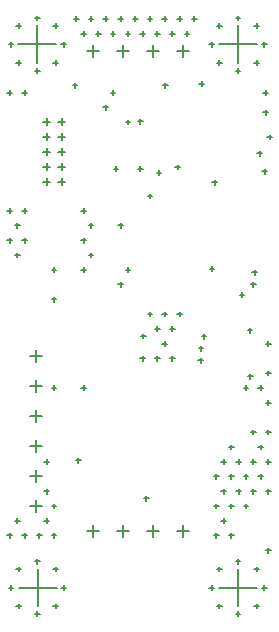
<source format=gbr>
G04*
G04 #@! TF.GenerationSoftware,Altium Limited,Altium Designer,24.5.2 (23)*
G04*
G04 Layer_Color=128*
%FSLAX25Y25*%
%MOIN*%
G70*
G04*
G04 #@! TF.SameCoordinates,31991F0E-98CA-4A4E-B794-B5AF52ABA4E1*
G04*
G04*
G04 #@! TF.FilePolarity,Positive*
G04*
G01*
G75*
%ADD13C,0.00500*%
D13*
X7480Y194882D02*
X20079D01*
X13780Y188583D02*
Y201181D01*
X11400Y91000D02*
X15400D01*
X13400Y89000D02*
Y93000D01*
X11400Y81000D02*
X15400D01*
X13400Y79000D02*
Y83000D01*
X11400Y71000D02*
X15400D01*
X13400Y69000D02*
Y73000D01*
X11400Y61000D02*
X15400D01*
X13400Y59000D02*
Y63000D01*
X11400Y51000D02*
X15400D01*
X13400Y49000D02*
Y53000D01*
X11400Y41000D02*
X15400D01*
X13400Y39000D02*
Y43000D01*
X60244Y192488D02*
X64244D01*
X62244Y190488D02*
Y194488D01*
X50244Y192488D02*
X54244D01*
X52244Y190488D02*
Y194488D01*
X40244Y192488D02*
X44244D01*
X42244Y190488D02*
Y194488D01*
X30244Y192488D02*
X34244D01*
X32244Y190488D02*
Y194488D01*
X20771Y159088D02*
X23171D01*
X21971Y157888D02*
Y160288D01*
X15771Y159088D02*
X18171D01*
X16971Y157888D02*
Y160288D01*
X15771Y164088D02*
X18171D01*
X16971Y162888D02*
Y165288D01*
X15771Y169088D02*
X18171D01*
X16971Y167888D02*
Y170288D01*
X15771Y154088D02*
X18171D01*
X16971Y152888D02*
Y155288D01*
X15771Y149088D02*
X18171D01*
X16971Y147888D02*
Y150288D01*
X20771Y154088D02*
X23171D01*
X21971Y152888D02*
Y155288D01*
X20771Y149088D02*
X23171D01*
X21971Y147888D02*
Y150288D01*
X20771Y164088D02*
X23171D01*
X21971Y162888D02*
Y165288D01*
X20771Y169088D02*
X23171D01*
X21971Y167888D02*
Y170288D01*
X30244Y32488D02*
X34244D01*
X32244Y30488D02*
Y34488D01*
X40244Y32488D02*
X44244D01*
X42244Y30488D02*
Y34488D01*
X50244Y32488D02*
X54244D01*
X52244Y30488D02*
Y34488D01*
X60244Y32488D02*
X64244D01*
X62244Y30488D02*
Y34488D01*
X7728Y13780D02*
X20327D01*
X14028Y7480D02*
Y20079D01*
X74410Y13780D02*
X87008D01*
X80709Y7480D02*
Y20079D01*
X74410Y194882D02*
X87008D01*
X80709Y188583D02*
Y201181D01*
X28445Y198461D02*
X30020D01*
X29232Y197673D02*
Y199248D01*
X25984Y203382D02*
X27559D01*
X26772Y202594D02*
Y204169D01*
X89961Y95114D02*
X91536D01*
X90748Y94327D02*
Y95902D01*
X89961Y85272D02*
X91536D01*
X90748Y84484D02*
Y86059D01*
X87500Y80350D02*
X89075D01*
X88287Y79563D02*
Y81138D01*
X89961Y75429D02*
X91536D01*
X90748Y74642D02*
Y76217D01*
X89961Y65587D02*
X91536D01*
X90748Y64799D02*
Y66374D01*
X87500Y60665D02*
X89075D01*
X88287Y59878D02*
Y61453D01*
X89961Y55744D02*
X91536D01*
X90748Y54957D02*
Y56532D01*
X87500Y50823D02*
X89075D01*
X88287Y50035D02*
Y51610D01*
X89961Y45902D02*
X91536D01*
X90748Y45114D02*
Y46689D01*
X89961Y26217D02*
X91536D01*
X90748Y25429D02*
Y27004D01*
X85039Y114799D02*
X86614D01*
X85827Y114012D02*
Y115587D01*
X82579Y80350D02*
X84154D01*
X83366Y79563D02*
Y81138D01*
X85039Y65587D02*
X86614D01*
X85827Y64799D02*
Y66374D01*
X85039Y55744D02*
X86614D01*
X85827Y54957D02*
Y56532D01*
X82579Y50823D02*
X84154D01*
X83366Y50035D02*
Y51610D01*
X85039Y45902D02*
X86614D01*
X85827Y45114D02*
Y46689D01*
X82579Y40980D02*
X84154D01*
X83366Y40193D02*
Y41768D01*
X77658Y60665D02*
X79232D01*
X78445Y59878D02*
Y61453D01*
X80118Y55744D02*
X81693D01*
X80905Y54957D02*
Y56532D01*
X77658Y50823D02*
X79232D01*
X78445Y50035D02*
Y51610D01*
X80118Y45902D02*
X81693D01*
X80905Y45114D02*
Y46689D01*
X77658Y40980D02*
X79232D01*
X78445Y40193D02*
Y41768D01*
X77658Y31138D02*
X79232D01*
X78445Y30350D02*
Y31925D01*
X75197Y55744D02*
X76772D01*
X75984Y54957D02*
Y56532D01*
X72736Y50823D02*
X74311D01*
X73524Y50035D02*
Y51610D01*
X75197Y45902D02*
X76772D01*
X75984Y45114D02*
Y46689D01*
X72736Y40980D02*
X74311D01*
X73524Y40193D02*
Y41768D01*
X75197Y36059D02*
X76772D01*
X75984Y35272D02*
Y36847D01*
X72736Y31138D02*
X74311D01*
X73524Y30350D02*
Y31925D01*
X65354Y203382D02*
X66929D01*
X66142Y202594D02*
Y204169D01*
X62894Y198461D02*
X64468D01*
X63681Y197673D02*
Y199248D01*
X60433Y203382D02*
X62008D01*
X61221Y202594D02*
Y204169D01*
X57973Y198461D02*
X59547D01*
X58760Y197673D02*
Y199248D01*
X60433Y104957D02*
X62008D01*
X61221Y104169D02*
Y105744D01*
X57973Y100035D02*
X59547D01*
X58760Y99248D02*
Y100823D01*
X57973Y90193D02*
X59547D01*
X58760Y89406D02*
Y90980D01*
X55512Y203382D02*
X57087D01*
X56299Y202594D02*
Y204169D01*
X53051Y198461D02*
X54626D01*
X53839Y197673D02*
Y199248D01*
X55512Y104957D02*
X57087D01*
X56299Y104169D02*
Y105744D01*
X53051Y100035D02*
X54626D01*
X53839Y99248D02*
Y100823D01*
X55512Y95114D02*
X57087D01*
X56299Y94327D02*
Y95902D01*
X53051Y90193D02*
X54626D01*
X53839Y89406D02*
Y90980D01*
X50591Y203382D02*
X52165D01*
X51378Y202594D02*
Y204169D01*
X48130Y198461D02*
X49705D01*
X48917Y197673D02*
Y199248D01*
X50591Y144327D02*
X52165D01*
X51378Y143539D02*
Y145114D01*
X50591Y104957D02*
X52165D01*
X51378Y104169D02*
Y105744D01*
X48130Y90193D02*
X49705D01*
X48917Y89406D02*
Y90980D01*
X45669Y203382D02*
X47244D01*
X46457Y202594D02*
Y204169D01*
X43209Y198461D02*
X44783D01*
X43996Y197673D02*
Y199248D01*
X43209Y168933D02*
X44783D01*
X43996Y168146D02*
Y169720D01*
X43209Y119720D02*
X44783D01*
X43996Y118933D02*
Y120508D01*
X40748Y203382D02*
X42323D01*
X41535Y202594D02*
Y204169D01*
X38287Y198461D02*
X39862D01*
X39075Y197673D02*
Y199248D01*
X38287Y178776D02*
X39862D01*
X39075Y177988D02*
Y179563D01*
X40748Y134484D02*
X42323D01*
X41535Y133697D02*
Y135272D01*
X40748Y114799D02*
X42323D01*
X41535Y114012D02*
Y115587D01*
X35827Y203382D02*
X37402D01*
X36614Y202594D02*
Y204169D01*
X33366Y198461D02*
X34941D01*
X34154Y197673D02*
Y199248D01*
X35827Y173854D02*
X37402D01*
X36614Y173067D02*
Y174642D01*
X30906Y203382D02*
X32480D01*
X31693Y202594D02*
Y204169D01*
X28445Y139406D02*
X30020D01*
X29232Y138618D02*
Y140193D01*
X30906Y134484D02*
X32480D01*
X31693Y133697D02*
Y135272D01*
X28445Y129563D02*
X30020D01*
X29232Y128776D02*
Y130350D01*
X30906Y124642D02*
X32480D01*
X31693Y123854D02*
Y125429D01*
X28445Y119720D02*
X30020D01*
X29232Y118933D02*
Y120508D01*
X28445Y80350D02*
X30020D01*
X29232Y79563D02*
Y81138D01*
X18602Y119720D02*
X20177D01*
X19390Y118933D02*
Y120508D01*
X18602Y109878D02*
X20177D01*
X19390Y109091D02*
Y110665D01*
X18602Y80350D02*
X20177D01*
X19390Y79563D02*
Y81138D01*
X18602Y40980D02*
X20177D01*
X19390Y40193D02*
Y41768D01*
X18602Y31138D02*
X20177D01*
X19390Y30350D02*
Y31925D01*
X16142Y55744D02*
X17717D01*
X16929Y54957D02*
Y56532D01*
X16142Y45902D02*
X17717D01*
X16929Y45114D02*
Y46689D01*
X16142Y36059D02*
X17717D01*
X16929Y35272D02*
Y36847D01*
X13681Y31138D02*
X15256D01*
X14469Y30350D02*
Y31925D01*
X8760Y178776D02*
X10335D01*
X9547Y177988D02*
Y179563D01*
X8760Y139406D02*
X10335D01*
X9547Y138618D02*
Y140193D01*
X8760Y129563D02*
X10335D01*
X9547Y128776D02*
Y130350D01*
X8760Y31138D02*
X10335D01*
X9547Y30350D02*
Y31925D01*
X3839Y178776D02*
X5413D01*
X4626Y177988D02*
Y179563D01*
X3839Y139406D02*
X5413D01*
X4626Y138618D02*
Y140193D01*
X6299Y134484D02*
X7874D01*
X7087Y133697D02*
Y135272D01*
X3839Y129563D02*
X5413D01*
X4626Y128776D02*
Y130350D01*
X6299Y124642D02*
X7874D01*
X7087Y123854D02*
Y125429D01*
X6299Y36059D02*
X7874D01*
X7087Y35272D02*
Y36847D01*
X3839Y31138D02*
X5413D01*
X4626Y30350D02*
Y31925D01*
X88813Y152500D02*
X90387D01*
X89600Y151713D02*
Y153287D01*
X83913Y99557D02*
X85487D01*
X84700Y98769D02*
Y100344D01*
X49413Y43500D02*
X50987D01*
X50200Y42713D02*
Y44287D01*
X67511Y89552D02*
X69086D01*
X68299Y88764D02*
Y90339D01*
X87113Y158500D02*
X88687D01*
X87900Y157713D02*
Y159287D01*
X47313Y169200D02*
X48887D01*
X48100Y168413D02*
Y169987D01*
X89113Y172200D02*
X90687D01*
X89900Y171413D02*
Y172987D01*
X89113Y178700D02*
X90687D01*
X89900Y177913D02*
Y179487D01*
X67613Y93500D02*
X69187D01*
X68400Y92713D02*
Y94287D01*
X55637Y181224D02*
X57211D01*
X56424Y180437D02*
Y182011D01*
X25613Y181200D02*
X27187D01*
X26400Y180413D02*
Y181987D01*
X68587Y97488D02*
X70161D01*
X69374Y96701D02*
Y98276D01*
X84013Y84200D02*
X85587D01*
X84800Y83413D02*
Y84987D01*
X48413Y97600D02*
X49987D01*
X49200Y96813D02*
Y98387D01*
X59813Y154000D02*
X61387D01*
X60600Y153213D02*
Y154787D01*
X53589Y152076D02*
X55164D01*
X54376Y151289D02*
Y152864D01*
X47413Y153355D02*
X48987D01*
X48200Y152567D02*
Y154142D01*
X39287Y153355D02*
X40861D01*
X40074Y152567D02*
Y154142D01*
X90513Y164000D02*
X92087D01*
X91300Y163213D02*
Y164787D01*
X67813Y181700D02*
X69387D01*
X68600Y180913D02*
Y182487D01*
X71213Y120100D02*
X72787D01*
X72000Y119313D02*
Y120887D01*
X85532Y118893D02*
X87106D01*
X86319Y118105D02*
Y119680D01*
X81213Y111400D02*
X82787D01*
X82000Y110613D02*
Y112187D01*
X72113Y148900D02*
X73687D01*
X72900Y148113D02*
Y149687D01*
X26654Y56213D02*
X28229D01*
X27441Y55426D02*
Y57000D01*
X86114Y7587D02*
X87689D01*
X86902Y6799D02*
Y8374D01*
X73728Y7587D02*
X75303D01*
X74516Y6799D02*
Y8374D01*
X73728Y19972D02*
X75303D01*
X74516Y19185D02*
Y20760D01*
X86114Y19972D02*
X87689D01*
X86902Y19185D02*
Y20760D01*
X88681Y13780D02*
X90256D01*
X89468Y12992D02*
Y14567D01*
X71161Y13780D02*
X72736D01*
X71949Y12992D02*
Y14567D01*
X79921Y5020D02*
X81496D01*
X80709Y4232D02*
Y5807D01*
X79921Y22539D02*
X81496D01*
X80709Y21752D02*
Y23327D01*
X86114Y188689D02*
X87689D01*
X86902Y187902D02*
Y189476D01*
X73728Y188689D02*
X75303D01*
X74516Y187902D02*
Y189476D01*
X73728Y201075D02*
X75303D01*
X74516Y200287D02*
Y201862D01*
X86114Y201075D02*
X87689D01*
X86902Y200287D02*
Y201862D01*
X88681Y194882D02*
X90256D01*
X89468Y194095D02*
Y195669D01*
X71161Y194882D02*
X72736D01*
X71949Y194095D02*
Y195669D01*
X79921Y186122D02*
X81496D01*
X80709Y185335D02*
Y186909D01*
X79921Y203642D02*
X81496D01*
X80709Y202854D02*
Y204429D01*
X19185Y188689D02*
X20760D01*
X19972Y187902D02*
Y189476D01*
X6799Y188689D02*
X8374D01*
X7587Y187902D02*
Y189476D01*
X6799Y201075D02*
X8374D01*
X7587Y200287D02*
Y201862D01*
X19185Y201075D02*
X20760D01*
X19972Y200287D02*
Y201862D01*
X21752Y194882D02*
X23327D01*
X22539Y194095D02*
Y195669D01*
X4232Y194882D02*
X5807D01*
X5020Y194095D02*
Y195669D01*
X12992Y186122D02*
X14567D01*
X13780Y185335D02*
Y186909D01*
X12992Y203642D02*
X14567D01*
X13780Y202854D02*
Y204429D01*
X19185Y7587D02*
X20760D01*
X19972Y6799D02*
Y8374D01*
X6799Y7587D02*
X8374D01*
X7587Y6799D02*
Y8374D01*
X6799Y19972D02*
X8374D01*
X7587Y19185D02*
Y20760D01*
X19185Y19972D02*
X20760D01*
X19972Y19185D02*
Y20760D01*
X21752Y13780D02*
X23327D01*
X22539Y12992D02*
Y14567D01*
X4232Y13780D02*
X5807D01*
X5020Y12992D02*
Y14567D01*
X12992Y5020D02*
X14567D01*
X13780Y4232D02*
Y5807D01*
X12992Y22539D02*
X14567D01*
X13780Y21752D02*
Y23327D01*
M02*

</source>
